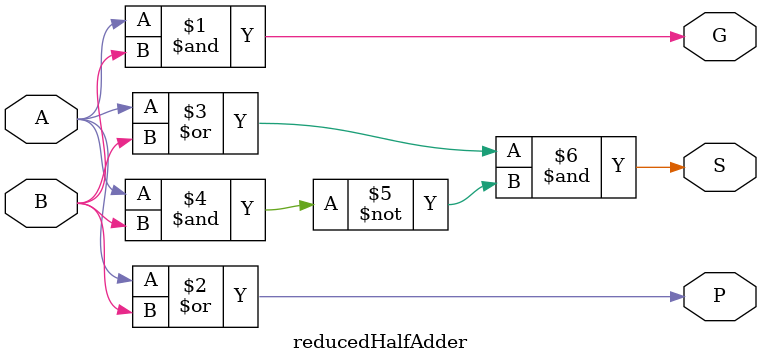
<source format=sv>
module reducedHalfAdder(input logic A, B, output logic S, G, P);
  assign G = A & B;
  assign P = A | B;
  assign S = (A | B) & ~(A & B);
endmodule

</source>
